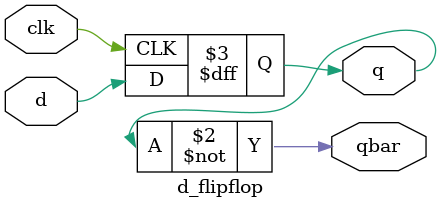
<source format=v>
`timescale 1ns/1ps

module d_flipflop(
    input d,
    input clk,
    output reg q,
    output qbar
);

always @(posedge clk) begin
    q <= d;
end

assign qbar = ~q;

endmodule

</source>
